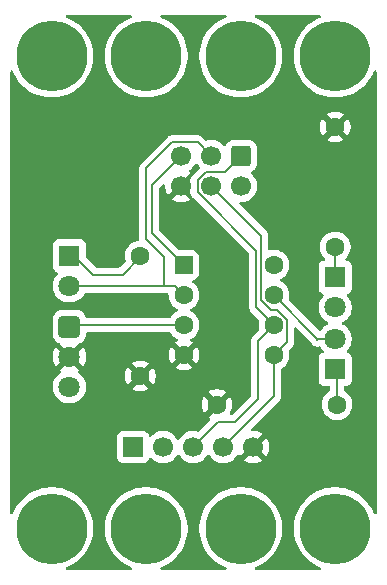
<source format=gbr>
%TF.GenerationSoftware,KiCad,Pcbnew,9.0.7*%
%TF.CreationDate,2026-01-25T12:57:44+01:00*%
%TF.ProjectId,DiyIrTower,44697949-7254-46f7-9765-722e6b696361,1.0*%
%TF.SameCoordinates,Original*%
%TF.FileFunction,Copper,L1,Top*%
%TF.FilePolarity,Positive*%
%FSLAX46Y46*%
G04 Gerber Fmt 4.6, Leading zero omitted, Abs format (unit mm)*
G04 Created by KiCad (PCBNEW 9.0.7) date 2026-01-25 12:57:44*
%MOMM*%
%LPD*%
G01*
G04 APERTURE LIST*
G04 Aperture macros list*
%AMRoundRect*
0 Rectangle with rounded corners*
0 $1 Rounding radius*
0 $2 $3 $4 $5 $6 $7 $8 $9 X,Y pos of 4 corners*
0 Add a 4 corners polygon primitive as box body*
4,1,4,$2,$3,$4,$5,$6,$7,$8,$9,$2,$3,0*
0 Add four circle primitives for the rounded corners*
1,1,$1+$1,$2,$3*
1,1,$1+$1,$4,$5*
1,1,$1+$1,$6,$7*
1,1,$1+$1,$8,$9*
0 Add four rect primitives between the rounded corners*
20,1,$1+$1,$2,$3,$4,$5,0*
20,1,$1+$1,$4,$5,$6,$7,0*
20,1,$1+$1,$6,$7,$8,$9,0*
20,1,$1+$1,$8,$9,$2,$3,0*%
G04 Aperture macros list end*
%TA.AperFunction,ComponentPad*%
%ADD10R,1.800000X1.800000*%
%TD*%
%TA.AperFunction,ComponentPad*%
%ADD11C,1.800000*%
%TD*%
%TA.AperFunction,ComponentPad*%
%ADD12C,6.000000*%
%TD*%
%TA.AperFunction,ComponentPad*%
%ADD13R,1.700000X1.700000*%
%TD*%
%TA.AperFunction,ComponentPad*%
%ADD14C,1.700000*%
%TD*%
%TA.AperFunction,ComponentPad*%
%ADD15RoundRect,0.250000X-0.600000X0.600000X-0.600000X-0.600000X0.600000X-0.600000X0.600000X0.600000X0*%
%TD*%
%TA.AperFunction,ComponentPad*%
%ADD16RoundRect,0.250000X-0.550000X-0.550000X0.550000X-0.550000X0.550000X0.550000X-0.550000X0.550000X0*%
%TD*%
%TA.AperFunction,ComponentPad*%
%ADD17C,1.600000*%
%TD*%
%TA.AperFunction,ComponentPad*%
%ADD18RoundRect,0.248400X-0.651600X0.651600X-0.651600X-0.651600X0.651600X-0.651600X0.651600X0.651600X0*%
%TD*%
%TA.AperFunction,Conductor*%
%ADD19C,0.200000*%
%TD*%
G04 APERTURE END LIST*
D10*
%TO.P,D3,1,K*%
%TO.N,Net-(D3-K)*%
X117500000Y-122230000D03*
D11*
%TO.P,D3,2,A*%
%TO.N,VCC*%
X117500000Y-124770000D03*
%TD*%
D12*
%TO.P,MH,1*%
%TO.N,N/C*%
X93500000Y-143500000D03*
%TO.P,MH,2*%
X101500000Y-143500000D03*
%TO.P,MH,3*%
X109500000Y-143500000D03*
%TO.P,MH,4*%
X117500000Y-143500000D03*
%TD*%
D10*
%TO.P,D2,1,K*%
%TO.N,Net-(D2-K)*%
X95000000Y-120420000D03*
D11*
%TO.P,D2,2,A*%
%TO.N,/IR_TX*%
X95000000Y-122960000D03*
%TD*%
D12*
%TO.P,MH,1*%
%TO.N,N/C*%
X93500000Y-103500000D03*
%TO.P,MH,2*%
X101500000Y-103500000D03*
%TO.P,MH,3*%
X109500000Y-103500000D03*
%TO.P,MH,4*%
X117500000Y-103500000D03*
%TD*%
D13*
%TO.P,J1,1,Pin_1*%
%TO.N,/5V*%
X100400000Y-136600000D03*
D14*
%TO.P,J1,2,Pin_2*%
%TO.N,/3V3*%
X102940000Y-136600000D03*
%TO.P,J1,3,Pin_3*%
%TO.N,/UART_TX*%
X105480000Y-136600000D03*
%TO.P,J1,4,Pin_4*%
%TO.N,/UART_RX*%
X108020000Y-136600000D03*
%TO.P,J1,5,Pin_5*%
%TO.N,GND*%
X110560000Y-136600000D03*
%TD*%
D15*
%TO.P,J2,1,MISO*%
%TO.N,/UART_TX*%
X109540000Y-111960000D03*
D14*
%TO.P,J2,2,VCC*%
%TO.N,VCC*%
X109540000Y-114500000D03*
%TO.P,J2,3,SCK*%
%TO.N,/IR_TX*%
X107000000Y-111960000D03*
%TO.P,J2,4,MOSI*%
%TO.N,/UART_RX*%
X107000000Y-114500000D03*
%TO.P,J2,5,~{RST}*%
%TO.N,Net-(J2-~{RST})*%
X104460000Y-111960000D03*
%TO.P,J2,6,GND*%
%TO.N,GND*%
X104460000Y-114500000D03*
%TD*%
D16*
%TO.P,U1,1,~{RESET}/PB5*%
%TO.N,Net-(J2-~{RST})*%
X104695000Y-121190000D03*
D17*
%TO.P,U1,2,PB3*%
%TO.N,/IR_TX*%
X104695000Y-123730000D03*
%TO.P,U1,3,PB4*%
%TO.N,/IR_RX*%
X104695000Y-126270000D03*
%TO.P,U1,4,GND*%
%TO.N,GND*%
X104695000Y-128810000D03*
%TO.P,U1,5,PB0*%
%TO.N,/UART_RX*%
X112315000Y-128810000D03*
%TO.P,U1,6,PB1*%
%TO.N,/UART_TX*%
X112315000Y-126270000D03*
%TO.P,U1,7,PB2*%
%TO.N,/ACTIVITY*%
X112315000Y-123730000D03*
%TO.P,U1,8,VCC*%
%TO.N,VCC*%
X112315000Y-121190000D03*
%TD*%
%TO.P,R1,1*%
%TO.N,Net-(D1-K)*%
X117660000Y-133000000D03*
%TO.P,R1,2*%
%TO.N,GND*%
X107500000Y-133000000D03*
%TD*%
D10*
%TO.P,D1,1,K*%
%TO.N,Net-(D1-K)*%
X117500000Y-130000000D03*
D11*
%TO.P,D1,2,A*%
%TO.N,/ACTIVITY*%
X117500000Y-127460000D03*
%TD*%
D17*
%TO.P,R2,1*%
%TO.N,Net-(D2-K)*%
X101000000Y-120420000D03*
%TO.P,R2,2*%
%TO.N,GND*%
X101000000Y-130580000D03*
%TD*%
D18*
%TO.P,U2,1,OUT*%
%TO.N,/IR_RX*%
X95000000Y-126420000D03*
D11*
%TO.P,U2,2,GND*%
%TO.N,GND*%
X95000000Y-128960000D03*
%TO.P,U2,3,Vs*%
%TO.N,VCC*%
X95000000Y-131500000D03*
%TD*%
D17*
%TO.P,R3,1*%
%TO.N,Net-(D3-K)*%
X117500000Y-119660000D03*
%TO.P,R3,2*%
%TO.N,GND*%
X117500000Y-109500000D03*
%TD*%
D19*
%TO.N,Net-(D1-K)*%
X117660000Y-130160000D02*
X117500000Y-130000000D01*
X117660000Y-133000000D02*
X117660000Y-130160000D01*
%TO.N,/ACTIVITY*%
X116000000Y-127415000D02*
X116000000Y-127500000D01*
X116000000Y-127500000D02*
X116040000Y-127460000D01*
X116040000Y-127460000D02*
X117500000Y-127460000D01*
X112315000Y-123730000D02*
X116000000Y-127415000D01*
%TO.N,/IR_TX*%
X103691000Y-110809000D02*
X101500000Y-113000000D01*
X103500000Y-122960000D02*
X103925000Y-122960000D01*
X103925000Y-122960000D02*
X104695000Y-123730000D01*
X103000000Y-122960000D02*
X103500000Y-122960000D01*
X103000000Y-120500000D02*
X103000000Y-122960000D01*
X101500000Y-119000000D02*
X103000000Y-120500000D01*
X107000000Y-111960000D02*
X105849000Y-110809000D01*
X101500000Y-113000000D02*
X101500000Y-119000000D01*
X105849000Y-110809000D02*
X103691000Y-110809000D01*
X95000000Y-122960000D02*
X103000000Y-122960000D01*
%TO.N,Net-(D2-K)*%
X97000000Y-122000000D02*
X99500000Y-122000000D01*
X99500000Y-122000000D02*
X101000000Y-120500000D01*
X95000000Y-120420000D02*
X95420000Y-120420000D01*
X95420000Y-120420000D02*
X97000000Y-122000000D01*
X101000000Y-120500000D02*
X101000000Y-120420000D01*
%TO.N,Net-(D3-K)*%
X117500000Y-122230000D02*
X117500000Y-119660000D01*
%TO.N,/UART_TX*%
X108151000Y-113349000D02*
X106523240Y-113349000D01*
X111000000Y-127585000D02*
X112315000Y-126270000D01*
X107580000Y-134500000D02*
X109000000Y-134500000D01*
X106523240Y-113349000D02*
X105849000Y-114023240D01*
X109000000Y-134500000D02*
X111000000Y-132500000D01*
X110813000Y-124768000D02*
X112315000Y-126270000D01*
X105480000Y-136600000D02*
X107580000Y-134500000D01*
X111000000Y-132500000D02*
X111000000Y-127585000D01*
X110813000Y-120000000D02*
X110813000Y-124768000D01*
X105849000Y-115036000D02*
X110813000Y-120000000D01*
X105849000Y-114023240D02*
X105849000Y-115036000D01*
X109540000Y-111960000D02*
X108151000Y-113349000D01*
%TO.N,/UART_RX*%
X111214000Y-118714000D02*
X111214000Y-124186050D01*
X107000000Y-114500000D02*
X111214000Y-118714000D01*
X113416000Y-125813950D02*
X113416000Y-127709000D01*
X112027950Y-125000000D02*
X112602050Y-125000000D01*
X113416000Y-127709000D02*
X112315000Y-128810000D01*
X112602050Y-125000000D02*
X113416000Y-125813950D01*
X112315000Y-132305000D02*
X108020000Y-136600000D01*
X111214000Y-124186050D02*
X112027950Y-125000000D01*
X112315000Y-128810000D02*
X112315000Y-132305000D01*
%TO.N,Net-(J2-~{RST})*%
X104460000Y-111960000D02*
X102000000Y-114420000D01*
X104690000Y-121190000D02*
X104695000Y-121190000D01*
X102000000Y-114420000D02*
X102000000Y-118500000D01*
X102000000Y-118500000D02*
X104690000Y-121190000D01*
%TO.N,/IR_RX*%
X95150000Y-126270000D02*
X95000000Y-126420000D01*
X104695000Y-126270000D02*
X95150000Y-126270000D01*
%TD*%
%TA.AperFunction,Conductor*%
%TO.N,GND*%
G36*
X105801444Y-112613999D02*
G01*
X105840486Y-112659056D01*
X105844951Y-112667820D01*
X105969890Y-112839786D01*
X105988873Y-112858769D01*
X106022358Y-112920092D01*
X106017374Y-112989784D01*
X105988873Y-113034131D01*
X105368481Y-113654522D01*
X105368480Y-113654524D01*
X105329026Y-113722861D01*
X105289423Y-113791455D01*
X105248499Y-113944183D01*
X105248499Y-113944185D01*
X105248499Y-114013693D01*
X105228814Y-114080732D01*
X105212180Y-114101374D01*
X104942962Y-114370591D01*
X104925925Y-114307007D01*
X104860099Y-114192993D01*
X104767007Y-114099901D01*
X104652993Y-114034075D01*
X104589408Y-114017037D01*
X105221716Y-113384728D01*
X105167547Y-113345373D01*
X105167547Y-113345372D01*
X105158500Y-113340763D01*
X105107706Y-113292788D01*
X105090912Y-113224966D01*
X105113451Y-113158832D01*
X105158508Y-113119793D01*
X105167816Y-113115051D01*
X105286728Y-113028657D01*
X105339786Y-112990109D01*
X105339788Y-112990106D01*
X105339792Y-112990104D01*
X105490104Y-112839792D01*
X105490106Y-112839788D01*
X105490109Y-112839786D01*
X105615048Y-112667820D01*
X105615047Y-112667820D01*
X105615051Y-112667816D01*
X105619514Y-112659054D01*
X105667488Y-112608259D01*
X105735308Y-112591463D01*
X105801444Y-112613999D01*
G37*
%TD.AperFunction*%
%TA.AperFunction,Conductor*%
G36*
X100244942Y-100020185D02*
G01*
X100290697Y-100072989D01*
X100300641Y-100142147D01*
X100271616Y-100205703D01*
X100225356Y-100239060D01*
X100107738Y-100287779D01*
X100001535Y-100331770D01*
X100001530Y-100331772D01*
X99698224Y-100493893D01*
X99698206Y-100493904D01*
X99412248Y-100684975D01*
X99412234Y-100684985D01*
X99146367Y-100903176D01*
X98903176Y-101146367D01*
X98684985Y-101412234D01*
X98684975Y-101412248D01*
X98493904Y-101698206D01*
X98493893Y-101698224D01*
X98331772Y-102001530D01*
X98331770Y-102001535D01*
X98200150Y-102319293D01*
X98100308Y-102648427D01*
X98033210Y-102985750D01*
X97999500Y-103328034D01*
X97999500Y-103671965D01*
X98033210Y-104014249D01*
X98100308Y-104351572D01*
X98200150Y-104680706D01*
X98331770Y-104998464D01*
X98331772Y-104998469D01*
X98493893Y-105301775D01*
X98493904Y-105301793D01*
X98684975Y-105587751D01*
X98684985Y-105587765D01*
X98903176Y-105853632D01*
X99146367Y-106096823D01*
X99146372Y-106096827D01*
X99146373Y-106096828D01*
X99412240Y-106315019D01*
X99698213Y-106506100D01*
X99698222Y-106506105D01*
X99698224Y-106506106D01*
X100001530Y-106668227D01*
X100001532Y-106668227D01*
X100001538Y-106668231D01*
X100319295Y-106799850D01*
X100648422Y-106899690D01*
X100985750Y-106966789D01*
X101328031Y-107000500D01*
X101328034Y-107000500D01*
X101671966Y-107000500D01*
X101671969Y-107000500D01*
X102014250Y-106966789D01*
X102351578Y-106899690D01*
X102680705Y-106799850D01*
X102998462Y-106668231D01*
X103301787Y-106506100D01*
X103587760Y-106315019D01*
X103853627Y-106096828D01*
X104096828Y-105853627D01*
X104315019Y-105587760D01*
X104506100Y-105301787D01*
X104668231Y-104998462D01*
X104799850Y-104680705D01*
X104899690Y-104351578D01*
X104966789Y-104014250D01*
X105000500Y-103671969D01*
X105000500Y-103328031D01*
X104966789Y-102985750D01*
X104899690Y-102648422D01*
X104799850Y-102319295D01*
X104668231Y-102001538D01*
X104506100Y-101698213D01*
X104315019Y-101412240D01*
X104096828Y-101146373D01*
X104096827Y-101146372D01*
X104096823Y-101146367D01*
X103853632Y-100903176D01*
X103587765Y-100684985D01*
X103587764Y-100684984D01*
X103587760Y-100684981D01*
X103301787Y-100493900D01*
X103301782Y-100493897D01*
X103301775Y-100493893D01*
X102998469Y-100331772D01*
X102998464Y-100331770D01*
X102998462Y-100331769D01*
X102774643Y-100239060D01*
X102720241Y-100195220D01*
X102698176Y-100128926D01*
X102715455Y-100061227D01*
X102766592Y-100013616D01*
X102822097Y-100000500D01*
X108177903Y-100000500D01*
X108244942Y-100020185D01*
X108290697Y-100072989D01*
X108300641Y-100142147D01*
X108271616Y-100205703D01*
X108225356Y-100239060D01*
X108107738Y-100287779D01*
X108001535Y-100331770D01*
X108001530Y-100331772D01*
X107698224Y-100493893D01*
X107698206Y-100493904D01*
X107412248Y-100684975D01*
X107412234Y-100684985D01*
X107146367Y-100903176D01*
X106903176Y-101146367D01*
X106684985Y-101412234D01*
X106684975Y-101412248D01*
X106493904Y-101698206D01*
X106493893Y-101698224D01*
X106331772Y-102001530D01*
X106331770Y-102001535D01*
X106200150Y-102319293D01*
X106100308Y-102648427D01*
X106033210Y-102985750D01*
X105999500Y-103328034D01*
X105999500Y-103671965D01*
X106033210Y-104014249D01*
X106100308Y-104351572D01*
X106200150Y-104680706D01*
X106331770Y-104998464D01*
X106331772Y-104998469D01*
X106493893Y-105301775D01*
X106493904Y-105301793D01*
X106684975Y-105587751D01*
X106684985Y-105587765D01*
X106903176Y-105853632D01*
X107146367Y-106096823D01*
X107146372Y-106096827D01*
X107146373Y-106096828D01*
X107412240Y-106315019D01*
X107698213Y-106506100D01*
X107698222Y-106506105D01*
X107698224Y-106506106D01*
X108001530Y-106668227D01*
X108001532Y-106668227D01*
X108001538Y-106668231D01*
X108319295Y-106799850D01*
X108648422Y-106899690D01*
X108985750Y-106966789D01*
X109328031Y-107000500D01*
X109328034Y-107000500D01*
X109671966Y-107000500D01*
X109671969Y-107000500D01*
X110014250Y-106966789D01*
X110351578Y-106899690D01*
X110680705Y-106799850D01*
X110998462Y-106668231D01*
X111301787Y-106506100D01*
X111587760Y-106315019D01*
X111853627Y-106096828D01*
X112096828Y-105853627D01*
X112315019Y-105587760D01*
X112506100Y-105301787D01*
X112668231Y-104998462D01*
X112799850Y-104680705D01*
X112899690Y-104351578D01*
X112966789Y-104014250D01*
X113000500Y-103671969D01*
X113000500Y-103328031D01*
X112966789Y-102985750D01*
X112899690Y-102648422D01*
X112799850Y-102319295D01*
X112668231Y-102001538D01*
X112506100Y-101698213D01*
X112315019Y-101412240D01*
X112096828Y-101146373D01*
X112096827Y-101146372D01*
X112096823Y-101146367D01*
X111853632Y-100903176D01*
X111587765Y-100684985D01*
X111587764Y-100684984D01*
X111587760Y-100684981D01*
X111301787Y-100493900D01*
X111301782Y-100493897D01*
X111301775Y-100493893D01*
X110998469Y-100331772D01*
X110998464Y-100331770D01*
X110998462Y-100331769D01*
X110774643Y-100239060D01*
X110720241Y-100195220D01*
X110698176Y-100128926D01*
X110715455Y-100061227D01*
X110766592Y-100013616D01*
X110822097Y-100000500D01*
X116177903Y-100000500D01*
X116244942Y-100020185D01*
X116290697Y-100072989D01*
X116300641Y-100142147D01*
X116271616Y-100205703D01*
X116225356Y-100239060D01*
X116107738Y-100287779D01*
X116001535Y-100331770D01*
X116001530Y-100331772D01*
X115698224Y-100493893D01*
X115698206Y-100493904D01*
X115412248Y-100684975D01*
X115412234Y-100684985D01*
X115146367Y-100903176D01*
X114903176Y-101146367D01*
X114684985Y-101412234D01*
X114684975Y-101412248D01*
X114493904Y-101698206D01*
X114493893Y-101698224D01*
X114331772Y-102001530D01*
X114331770Y-102001535D01*
X114200150Y-102319293D01*
X114100308Y-102648427D01*
X114033210Y-102985750D01*
X113999500Y-103328034D01*
X113999500Y-103671965D01*
X114033210Y-104014249D01*
X114100308Y-104351572D01*
X114200150Y-104680706D01*
X114331770Y-104998464D01*
X114331772Y-104998469D01*
X114493893Y-105301775D01*
X114493904Y-105301793D01*
X114684975Y-105587751D01*
X114684985Y-105587765D01*
X114903176Y-105853632D01*
X115146367Y-106096823D01*
X115146372Y-106096827D01*
X115146373Y-106096828D01*
X115412240Y-106315019D01*
X115698213Y-106506100D01*
X115698222Y-106506105D01*
X115698224Y-106506106D01*
X116001530Y-106668227D01*
X116001532Y-106668227D01*
X116001538Y-106668231D01*
X116319295Y-106799850D01*
X116648422Y-106899690D01*
X116985750Y-106966789D01*
X117328031Y-107000500D01*
X117328034Y-107000500D01*
X117671966Y-107000500D01*
X117671969Y-107000500D01*
X118014250Y-106966789D01*
X118351578Y-106899690D01*
X118680705Y-106799850D01*
X118998462Y-106668231D01*
X119301787Y-106506100D01*
X119587760Y-106315019D01*
X119853627Y-106096828D01*
X120096828Y-105853627D01*
X120315019Y-105587760D01*
X120506100Y-105301787D01*
X120668231Y-104998462D01*
X120760939Y-104774643D01*
X120804780Y-104720241D01*
X120871074Y-104698176D01*
X120938773Y-104715455D01*
X120986384Y-104766592D01*
X120999500Y-104822097D01*
X120999500Y-142177902D01*
X120979815Y-142244941D01*
X120927011Y-142290696D01*
X120857853Y-142300640D01*
X120794297Y-142271615D01*
X120760939Y-142225355D01*
X120741283Y-142177902D01*
X120668231Y-142001538D01*
X120506100Y-141698213D01*
X120315019Y-141412240D01*
X120096828Y-141146373D01*
X120096827Y-141146372D01*
X120096823Y-141146367D01*
X119853632Y-140903176D01*
X119587765Y-140684985D01*
X119587764Y-140684984D01*
X119587760Y-140684981D01*
X119301787Y-140493900D01*
X119301782Y-140493897D01*
X119301775Y-140493893D01*
X118998469Y-140331772D01*
X118998464Y-140331770D01*
X118680706Y-140200150D01*
X118351572Y-140100308D01*
X118014248Y-140033210D01*
X118014249Y-140033210D01*
X117756456Y-140007821D01*
X117671969Y-139999500D01*
X117328031Y-139999500D01*
X117249966Y-140007188D01*
X116985750Y-140033210D01*
X116648427Y-140100308D01*
X116319293Y-140200150D01*
X116001535Y-140331770D01*
X116001530Y-140331772D01*
X115698224Y-140493893D01*
X115698206Y-140493904D01*
X115412248Y-140684975D01*
X115412234Y-140684985D01*
X115146367Y-140903176D01*
X114903176Y-141146367D01*
X114684985Y-141412234D01*
X114684975Y-141412248D01*
X114493904Y-141698206D01*
X114493893Y-141698224D01*
X114331772Y-142001530D01*
X114331770Y-142001535D01*
X114200150Y-142319293D01*
X114100308Y-142648427D01*
X114033210Y-142985750D01*
X113999500Y-143328034D01*
X113999500Y-143671965D01*
X114033210Y-144014249D01*
X114100308Y-144351572D01*
X114200150Y-144680706D01*
X114331770Y-144998464D01*
X114331772Y-144998469D01*
X114493893Y-145301775D01*
X114493904Y-145301793D01*
X114684975Y-145587751D01*
X114684985Y-145587765D01*
X114903176Y-145853632D01*
X115146367Y-146096823D01*
X115146372Y-146096827D01*
X115146373Y-146096828D01*
X115412240Y-146315019D01*
X115698213Y-146506100D01*
X115698222Y-146506105D01*
X115698224Y-146506106D01*
X116001530Y-146668227D01*
X116001532Y-146668227D01*
X116001538Y-146668231D01*
X116225356Y-146760939D01*
X116279759Y-146804780D01*
X116301824Y-146871074D01*
X116284545Y-146938773D01*
X116233408Y-146986384D01*
X116177903Y-146999500D01*
X110822097Y-146999500D01*
X110755058Y-146979815D01*
X110709303Y-146927011D01*
X110699359Y-146857853D01*
X110728384Y-146794297D01*
X110774643Y-146760939D01*
X110998462Y-146668231D01*
X111301787Y-146506100D01*
X111587760Y-146315019D01*
X111853627Y-146096828D01*
X112096828Y-145853627D01*
X112315019Y-145587760D01*
X112506100Y-145301787D01*
X112668231Y-144998462D01*
X112799850Y-144680705D01*
X112899690Y-144351578D01*
X112966789Y-144014250D01*
X113000500Y-143671969D01*
X113000500Y-143328031D01*
X112966789Y-142985750D01*
X112899690Y-142648422D01*
X112799850Y-142319295D01*
X112668231Y-142001538D01*
X112506100Y-141698213D01*
X112315019Y-141412240D01*
X112096828Y-141146373D01*
X112096827Y-141146372D01*
X112096823Y-141146367D01*
X111853632Y-140903176D01*
X111587765Y-140684985D01*
X111587764Y-140684984D01*
X111587760Y-140684981D01*
X111301787Y-140493900D01*
X111301782Y-140493897D01*
X111301775Y-140493893D01*
X110998469Y-140331772D01*
X110998464Y-140331770D01*
X110680706Y-140200150D01*
X110351572Y-140100308D01*
X110014248Y-140033210D01*
X110014249Y-140033210D01*
X109756456Y-140007821D01*
X109671969Y-139999500D01*
X109328031Y-139999500D01*
X109249966Y-140007188D01*
X108985750Y-140033210D01*
X108648427Y-140100308D01*
X108319293Y-140200150D01*
X108001535Y-140331770D01*
X108001530Y-140331772D01*
X107698224Y-140493893D01*
X107698206Y-140493904D01*
X107412248Y-140684975D01*
X107412234Y-140684985D01*
X107146367Y-140903176D01*
X106903176Y-141146367D01*
X106684985Y-141412234D01*
X106684975Y-141412248D01*
X106493904Y-141698206D01*
X106493893Y-141698224D01*
X106331772Y-142001530D01*
X106331770Y-142001535D01*
X106200150Y-142319293D01*
X106100308Y-142648427D01*
X106033210Y-142985750D01*
X105999500Y-143328034D01*
X105999500Y-143671965D01*
X106033210Y-144014249D01*
X106100308Y-144351572D01*
X106200150Y-144680706D01*
X106331770Y-144998464D01*
X106331772Y-144998469D01*
X106493893Y-145301775D01*
X106493904Y-145301793D01*
X106684975Y-145587751D01*
X106684985Y-145587765D01*
X106903176Y-145853632D01*
X107146367Y-146096823D01*
X107146372Y-146096827D01*
X107146373Y-146096828D01*
X107412240Y-146315019D01*
X107698213Y-146506100D01*
X107698222Y-146506105D01*
X107698224Y-146506106D01*
X108001530Y-146668227D01*
X108001532Y-146668227D01*
X108001538Y-146668231D01*
X108225356Y-146760939D01*
X108279759Y-146804780D01*
X108301824Y-146871074D01*
X108284545Y-146938773D01*
X108233408Y-146986384D01*
X108177903Y-146999500D01*
X102822097Y-146999500D01*
X102755058Y-146979815D01*
X102709303Y-146927011D01*
X102699359Y-146857853D01*
X102728384Y-146794297D01*
X102774643Y-146760939D01*
X102998462Y-146668231D01*
X103301787Y-146506100D01*
X103587760Y-146315019D01*
X103853627Y-146096828D01*
X104096828Y-145853627D01*
X104315019Y-145587760D01*
X104506100Y-145301787D01*
X104668231Y-144998462D01*
X104799850Y-144680705D01*
X104899690Y-144351578D01*
X104966789Y-144014250D01*
X105000500Y-143671969D01*
X105000500Y-143328031D01*
X104966789Y-142985750D01*
X104899690Y-142648422D01*
X104799850Y-142319295D01*
X104668231Y-142001538D01*
X104506100Y-141698213D01*
X104315019Y-141412240D01*
X104096828Y-141146373D01*
X104096827Y-141146372D01*
X104096823Y-141146367D01*
X103853632Y-140903176D01*
X103587765Y-140684985D01*
X103587764Y-140684984D01*
X103587760Y-140684981D01*
X103301787Y-140493900D01*
X103301782Y-140493897D01*
X103301775Y-140493893D01*
X102998469Y-140331772D01*
X102998464Y-140331770D01*
X102680706Y-140200150D01*
X102351572Y-140100308D01*
X102014248Y-140033210D01*
X102014249Y-140033210D01*
X101756456Y-140007821D01*
X101671969Y-139999500D01*
X101328031Y-139999500D01*
X101249966Y-140007188D01*
X100985750Y-140033210D01*
X100648427Y-140100308D01*
X100319293Y-140200150D01*
X100001535Y-140331770D01*
X100001530Y-140331772D01*
X99698224Y-140493893D01*
X99698206Y-140493904D01*
X99412248Y-140684975D01*
X99412234Y-140684985D01*
X99146367Y-140903176D01*
X98903176Y-141146367D01*
X98684985Y-141412234D01*
X98684975Y-141412248D01*
X98493904Y-141698206D01*
X98493893Y-141698224D01*
X98331772Y-142001530D01*
X98331770Y-142001535D01*
X98200150Y-142319293D01*
X98100308Y-142648427D01*
X98033210Y-142985750D01*
X97999500Y-143328034D01*
X97999500Y-143671965D01*
X98033210Y-144014249D01*
X98100308Y-144351572D01*
X98200150Y-144680706D01*
X98331770Y-144998464D01*
X98331772Y-144998469D01*
X98493893Y-145301775D01*
X98493904Y-145301793D01*
X98684975Y-145587751D01*
X98684985Y-145587765D01*
X98903176Y-145853632D01*
X99146367Y-146096823D01*
X99146372Y-146096827D01*
X99146373Y-146096828D01*
X99412240Y-146315019D01*
X99698213Y-146506100D01*
X99698222Y-146506105D01*
X99698224Y-146506106D01*
X100001530Y-146668227D01*
X100001532Y-146668227D01*
X100001538Y-146668231D01*
X100225356Y-146760939D01*
X100279759Y-146804780D01*
X100301824Y-146871074D01*
X100284545Y-146938773D01*
X100233408Y-146986384D01*
X100177903Y-146999500D01*
X94822097Y-146999500D01*
X94755058Y-146979815D01*
X94709303Y-146927011D01*
X94699359Y-146857853D01*
X94728384Y-146794297D01*
X94774643Y-146760939D01*
X94998462Y-146668231D01*
X95301787Y-146506100D01*
X95587760Y-146315019D01*
X95853627Y-146096828D01*
X96096828Y-145853627D01*
X96315019Y-145587760D01*
X96506100Y-145301787D01*
X96668231Y-144998462D01*
X96799850Y-144680705D01*
X96899690Y-144351578D01*
X96966789Y-144014250D01*
X97000500Y-143671969D01*
X97000500Y-143328031D01*
X96966789Y-142985750D01*
X96899690Y-142648422D01*
X96799850Y-142319295D01*
X96668231Y-142001538D01*
X96506100Y-141698213D01*
X96315019Y-141412240D01*
X96096828Y-141146373D01*
X96096827Y-141146372D01*
X96096823Y-141146367D01*
X95853632Y-140903176D01*
X95587765Y-140684985D01*
X95587764Y-140684984D01*
X95587760Y-140684981D01*
X95301787Y-140493900D01*
X95301782Y-140493897D01*
X95301775Y-140493893D01*
X94998469Y-140331772D01*
X94998464Y-140331770D01*
X94680706Y-140200150D01*
X94351572Y-140100308D01*
X94014248Y-140033210D01*
X94014249Y-140033210D01*
X93756456Y-140007821D01*
X93671969Y-139999500D01*
X93328031Y-139999500D01*
X93249966Y-140007188D01*
X92985750Y-140033210D01*
X92648427Y-140100308D01*
X92319293Y-140200150D01*
X92001535Y-140331770D01*
X92001530Y-140331772D01*
X91698224Y-140493893D01*
X91698206Y-140493904D01*
X91412248Y-140684975D01*
X91412234Y-140684985D01*
X91146367Y-140903176D01*
X90903176Y-141146367D01*
X90684985Y-141412234D01*
X90684975Y-141412248D01*
X90493904Y-141698206D01*
X90493893Y-141698224D01*
X90331772Y-142001530D01*
X90331770Y-142001535D01*
X90239061Y-142225355D01*
X90195220Y-142279758D01*
X90128926Y-142301823D01*
X90061226Y-142284544D01*
X90013616Y-142233406D01*
X90000500Y-142177902D01*
X90000500Y-119472135D01*
X93599500Y-119472135D01*
X93599500Y-121367870D01*
X93599501Y-121367876D01*
X93605908Y-121427483D01*
X93656202Y-121562328D01*
X93656206Y-121562335D01*
X93742452Y-121677544D01*
X93742455Y-121677547D01*
X93857664Y-121763793D01*
X93857671Y-121763797D01*
X93937580Y-121793601D01*
X93993514Y-121835472D01*
X94017931Y-121900936D01*
X94003080Y-121969209D01*
X93981929Y-121997463D01*
X93931756Y-122047636D01*
X93931752Y-122047641D01*
X93802187Y-122225974D01*
X93702104Y-122422393D01*
X93702103Y-122422396D01*
X93633985Y-122632047D01*
X93599500Y-122849778D01*
X93599500Y-123070221D01*
X93633985Y-123287952D01*
X93702103Y-123497603D01*
X93702104Y-123497606D01*
X93756113Y-123603601D01*
X93797333Y-123684500D01*
X93802187Y-123694025D01*
X93931752Y-123872358D01*
X93931756Y-123872363D01*
X94087636Y-124028243D01*
X94087641Y-124028247D01*
X94115987Y-124048841D01*
X94265978Y-124157815D01*
X94394375Y-124223237D01*
X94462393Y-124257895D01*
X94462396Y-124257896D01*
X94567221Y-124291955D01*
X94672049Y-124326015D01*
X94889778Y-124360500D01*
X94889779Y-124360500D01*
X95110221Y-124360500D01*
X95110222Y-124360500D01*
X95327951Y-124326015D01*
X95537606Y-124257895D01*
X95734022Y-124157815D01*
X95912365Y-124028242D01*
X96068242Y-123872365D01*
X96197815Y-123694022D01*
X96222553Y-123645472D01*
X96231352Y-123628204D01*
X96279326Y-123577409D01*
X96341836Y-123560500D01*
X102920943Y-123560500D01*
X103079057Y-123560500D01*
X103270500Y-123560500D01*
X103337539Y-123580185D01*
X103383294Y-123632989D01*
X103394500Y-123684500D01*
X103394500Y-123832352D01*
X103398505Y-123857636D01*
X103426522Y-124034534D01*
X103489781Y-124229223D01*
X103582715Y-124411613D01*
X103703028Y-124577213D01*
X103847786Y-124721971D01*
X104002749Y-124834556D01*
X104013390Y-124842287D01*
X104087840Y-124880221D01*
X104106080Y-124889515D01*
X104156876Y-124937490D01*
X104173671Y-125005311D01*
X104151134Y-125071446D01*
X104106080Y-125110485D01*
X104013386Y-125157715D01*
X103847786Y-125278028D01*
X103703028Y-125422786D01*
X103582715Y-125588385D01*
X103575883Y-125601795D01*
X103527909Y-125652591D01*
X103465398Y-125669500D01*
X96497314Y-125669500D01*
X96430275Y-125649815D01*
X96384520Y-125597011D01*
X96379608Y-125584504D01*
X96352939Y-125504022D01*
X96334954Y-125449747D01*
X96243048Y-125300744D01*
X96119256Y-125176952D01*
X95991177Y-125097952D01*
X95970255Y-125085047D01*
X95970250Y-125085045D01*
X95804073Y-125029979D01*
X95804066Y-125029978D01*
X95701502Y-125019500D01*
X94298506Y-125019500D01*
X94298490Y-125019501D01*
X94195926Y-125029979D01*
X94029749Y-125085045D01*
X94029744Y-125085047D01*
X93880742Y-125176953D01*
X93756953Y-125300742D01*
X93665047Y-125449744D01*
X93665045Y-125449749D01*
X93609979Y-125615926D01*
X93609978Y-125615933D01*
X93599500Y-125718491D01*
X93599500Y-127121493D01*
X93599501Y-127121509D01*
X93609979Y-127224073D01*
X93627860Y-127278034D01*
X93665046Y-127390253D01*
X93756952Y-127539256D01*
X93880744Y-127663048D01*
X94029747Y-127754954D01*
X94179469Y-127804567D01*
X94228144Y-127834590D01*
X94911415Y-128517861D01*
X94826306Y-128540667D01*
X94723694Y-128599910D01*
X94639910Y-128683694D01*
X94580667Y-128786306D01*
X94557861Y-128871414D01*
X93848932Y-128162485D01*
X93848931Y-128162485D01*
X93802616Y-128226233D01*
X93702567Y-128422589D01*
X93634473Y-128632164D01*
X93600000Y-128849818D01*
X93600000Y-129070181D01*
X93634473Y-129287835D01*
X93702567Y-129497410D01*
X93802611Y-129693756D01*
X93848932Y-129757513D01*
X94557861Y-129048584D01*
X94580667Y-129133694D01*
X94639910Y-129236306D01*
X94723694Y-129320090D01*
X94826306Y-129379333D01*
X94911414Y-129402137D01*
X94202485Y-130111065D01*
X94202485Y-130111066D01*
X94227680Y-130129371D01*
X94270346Y-130184701D01*
X94276325Y-130254314D01*
X94243720Y-130316110D01*
X94227681Y-130330008D01*
X94087636Y-130431756D01*
X93931756Y-130587636D01*
X93931752Y-130587641D01*
X93802187Y-130765974D01*
X93702104Y-130962393D01*
X93702103Y-130962396D01*
X93633985Y-131172047D01*
X93606783Y-131343793D01*
X93599500Y-131389778D01*
X93599500Y-131610222D01*
X93616742Y-131719086D01*
X93633985Y-131827952D01*
X93702103Y-132037603D01*
X93702104Y-132037606D01*
X93760790Y-132152781D01*
X93784800Y-132199903D01*
X93802187Y-132234025D01*
X93931752Y-132412358D01*
X93931756Y-132412363D01*
X94087635Y-132568242D01*
X94087641Y-132568247D01*
X94131346Y-132600000D01*
X94265978Y-132697815D01*
X94394375Y-132763237D01*
X94462393Y-132797895D01*
X94462396Y-132797896D01*
X94567221Y-132831955D01*
X94672049Y-132866015D01*
X94889778Y-132900500D01*
X94889779Y-132900500D01*
X95110221Y-132900500D01*
X95110222Y-132900500D01*
X95327951Y-132866015D01*
X95537606Y-132797895D01*
X95734022Y-132697815D01*
X95912365Y-132568242D01*
X96068242Y-132412365D01*
X96197815Y-132234022D01*
X96297895Y-132037606D01*
X96366015Y-131827951D01*
X96400500Y-131610222D01*
X96400500Y-131389778D01*
X96366015Y-131172049D01*
X96312545Y-131007482D01*
X96297896Y-130962396D01*
X96297895Y-130962393D01*
X96228197Y-130825606D01*
X96197815Y-130765978D01*
X96137032Y-130682317D01*
X96068247Y-130587641D01*
X96068243Y-130587636D01*
X95958289Y-130477682D01*
X99700000Y-130477682D01*
X99700000Y-130682317D01*
X99732009Y-130884417D01*
X99795244Y-131079031D01*
X99888141Y-131261350D01*
X99888147Y-131261359D01*
X99920523Y-131305921D01*
X99920524Y-131305922D01*
X100600000Y-130626446D01*
X100600000Y-130632661D01*
X100627259Y-130734394D01*
X100679920Y-130825606D01*
X100754394Y-130900080D01*
X100845606Y-130952741D01*
X100947339Y-130980000D01*
X100953553Y-130980000D01*
X100274076Y-131659474D01*
X100318650Y-131691859D01*
X100500968Y-131784755D01*
X100695582Y-131847990D01*
X100897683Y-131880000D01*
X101102317Y-131880000D01*
X101304417Y-131847990D01*
X101499031Y-131784755D01*
X101681349Y-131691859D01*
X101725921Y-131659474D01*
X101046447Y-130980000D01*
X101052661Y-130980000D01*
X101154394Y-130952741D01*
X101245606Y-130900080D01*
X101320080Y-130825606D01*
X101372741Y-130734394D01*
X101400000Y-130632661D01*
X101400000Y-130626448D01*
X102079474Y-131305922D01*
X102079474Y-131305921D01*
X102111859Y-131261349D01*
X102204755Y-131079031D01*
X102267990Y-130884417D01*
X102300000Y-130682317D01*
X102300000Y-130477682D01*
X102267990Y-130275582D01*
X102204755Y-130080968D01*
X102111859Y-129898650D01*
X102079474Y-129854077D01*
X102079474Y-129854076D01*
X101400000Y-130533551D01*
X101400000Y-130527339D01*
X101372741Y-130425606D01*
X101320080Y-130334394D01*
X101245606Y-130259920D01*
X101154394Y-130207259D01*
X101052661Y-130180000D01*
X101046446Y-130180000D01*
X101725922Y-129500524D01*
X101725921Y-129500523D01*
X101681359Y-129468147D01*
X101681350Y-129468141D01*
X101499031Y-129375244D01*
X101304417Y-129312009D01*
X101102317Y-129280000D01*
X100897683Y-129280000D01*
X100695582Y-129312009D01*
X100500968Y-129375244D01*
X100318644Y-129468143D01*
X100274077Y-129500523D01*
X100274077Y-129500524D01*
X100953554Y-130180000D01*
X100947339Y-130180000D01*
X100845606Y-130207259D01*
X100754394Y-130259920D01*
X100679920Y-130334394D01*
X100627259Y-130425606D01*
X100600000Y-130527339D01*
X100600000Y-130533553D01*
X99920524Y-129854077D01*
X99920523Y-129854077D01*
X99888143Y-129898644D01*
X99795244Y-130080968D01*
X99732009Y-130275582D01*
X99700000Y-130477682D01*
X95958289Y-130477682D01*
X95912363Y-130431756D01*
X95912358Y-130431752D01*
X95772319Y-130330008D01*
X95729653Y-130274678D01*
X95723674Y-130205065D01*
X95756279Y-130143270D01*
X95772319Y-130129372D01*
X95797513Y-130111066D01*
X95797514Y-130111066D01*
X95088585Y-129402138D01*
X95173694Y-129379333D01*
X95276306Y-129320090D01*
X95360090Y-129236306D01*
X95419333Y-129133694D01*
X95442138Y-129048585D01*
X96151066Y-129757514D01*
X96151066Y-129757513D01*
X96197386Y-129693760D01*
X96297432Y-129497410D01*
X96297432Y-129497409D01*
X96365526Y-129287835D01*
X96400000Y-129070181D01*
X96400000Y-128849819D01*
X96379789Y-128722214D01*
X96379789Y-128722213D01*
X96365527Y-128632165D01*
X96297432Y-128422589D01*
X96197388Y-128226243D01*
X96151066Y-128162485D01*
X96151065Y-128162485D01*
X95442137Y-128871413D01*
X95419333Y-128786306D01*
X95360090Y-128683694D01*
X95276306Y-128599910D01*
X95173694Y-128540667D01*
X95088584Y-128517861D01*
X95771852Y-127834592D01*
X95820526Y-127804568D01*
X95970253Y-127754954D01*
X96119256Y-127663048D01*
X96243048Y-127539256D01*
X96334954Y-127390253D01*
X96390021Y-127224072D01*
X96400500Y-127121501D01*
X96400500Y-126994500D01*
X96420185Y-126927461D01*
X96472989Y-126881706D01*
X96524500Y-126870500D01*
X103465398Y-126870500D01*
X103532437Y-126890185D01*
X103575883Y-126938205D01*
X103582715Y-126951614D01*
X103703028Y-127117213D01*
X103847786Y-127261971D01*
X104013385Y-127382284D01*
X104013387Y-127382285D01*
X104013390Y-127382287D01*
X104106630Y-127429795D01*
X104157426Y-127477770D01*
X104174221Y-127545591D01*
X104151684Y-127611725D01*
X104106630Y-127650765D01*
X104013644Y-127698143D01*
X103969077Y-127730523D01*
X103969077Y-127730524D01*
X104648554Y-128410000D01*
X104642339Y-128410000D01*
X104540606Y-128437259D01*
X104449394Y-128489920D01*
X104374920Y-128564394D01*
X104322259Y-128655606D01*
X104295000Y-128757339D01*
X104295000Y-128763553D01*
X103615524Y-128084077D01*
X103615523Y-128084077D01*
X103583143Y-128128644D01*
X103490244Y-128310968D01*
X103427009Y-128505582D01*
X103395000Y-128707682D01*
X103395000Y-128912317D01*
X103427009Y-129114417D01*
X103490244Y-129309031D01*
X103583141Y-129491350D01*
X103583147Y-129491359D01*
X103615523Y-129535921D01*
X103615524Y-129535922D01*
X104295000Y-128856446D01*
X104295000Y-128862661D01*
X104322259Y-128964394D01*
X104374920Y-129055606D01*
X104449394Y-129130080D01*
X104540606Y-129182741D01*
X104642339Y-129210000D01*
X104648553Y-129210000D01*
X103969076Y-129889474D01*
X104013650Y-129921859D01*
X104195968Y-130014755D01*
X104390582Y-130077990D01*
X104592683Y-130110000D01*
X104797317Y-130110000D01*
X104999417Y-130077990D01*
X105194031Y-130014755D01*
X105376349Y-129921859D01*
X105420921Y-129889474D01*
X104741447Y-129210000D01*
X104747661Y-129210000D01*
X104849394Y-129182741D01*
X104940606Y-129130080D01*
X105015080Y-129055606D01*
X105067741Y-128964394D01*
X105095000Y-128862661D01*
X105095000Y-128856447D01*
X105774474Y-129535921D01*
X105806859Y-129491349D01*
X105899755Y-129309031D01*
X105962990Y-129114417D01*
X105995000Y-128912317D01*
X105995000Y-128707682D01*
X105962990Y-128505582D01*
X105899755Y-128310968D01*
X105806859Y-128128650D01*
X105774474Y-128084077D01*
X105774474Y-128084076D01*
X105095000Y-128763551D01*
X105095000Y-128757339D01*
X105067741Y-128655606D01*
X105015080Y-128564394D01*
X104940606Y-128489920D01*
X104849394Y-128437259D01*
X104747661Y-128410000D01*
X104741446Y-128410000D01*
X105420922Y-127730524D01*
X105420921Y-127730523D01*
X105376359Y-127698147D01*
X105376350Y-127698141D01*
X105283369Y-127650765D01*
X105232573Y-127602790D01*
X105215778Y-127534969D01*
X105238315Y-127468835D01*
X105283370Y-127429795D01*
X105376610Y-127382287D01*
X105426144Y-127346298D01*
X105542213Y-127261971D01*
X105542215Y-127261968D01*
X105542219Y-127261966D01*
X105686966Y-127117219D01*
X105686968Y-127117215D01*
X105686971Y-127117213D01*
X105739732Y-127044590D01*
X105807287Y-126951610D01*
X105900220Y-126769219D01*
X105963477Y-126574534D01*
X105995500Y-126372352D01*
X105995500Y-126167648D01*
X105979700Y-126067895D01*
X105963477Y-125965465D01*
X105900218Y-125770776D01*
X105855166Y-125682358D01*
X105807287Y-125588390D01*
X105745991Y-125504022D01*
X105686971Y-125422786D01*
X105542213Y-125278028D01*
X105376614Y-125157715D01*
X105335397Y-125136714D01*
X105283917Y-125110483D01*
X105233123Y-125062511D01*
X105216328Y-124994690D01*
X105238865Y-124928555D01*
X105283917Y-124889516D01*
X105376610Y-124842287D01*
X105397770Y-124826913D01*
X105542213Y-124721971D01*
X105542215Y-124721968D01*
X105542219Y-124721966D01*
X105686966Y-124577219D01*
X105686968Y-124577215D01*
X105686971Y-124577213D01*
X105739732Y-124504590D01*
X105807287Y-124411610D01*
X105900220Y-124229219D01*
X105963477Y-124034534D01*
X105995500Y-123832352D01*
X105995500Y-123627648D01*
X105991691Y-123603601D01*
X105963477Y-123425465D01*
X105918796Y-123287952D01*
X105900220Y-123230781D01*
X105900218Y-123230778D01*
X105900218Y-123230776D01*
X105866503Y-123164607D01*
X105807287Y-123048390D01*
X105799556Y-123037749D01*
X105686971Y-122882786D01*
X105542219Y-122738034D01*
X105542211Y-122738028D01*
X105448547Y-122669978D01*
X105405882Y-122614649D01*
X105399903Y-122545036D01*
X105432508Y-122483240D01*
X105482426Y-122451955D01*
X105564334Y-122424814D01*
X105713656Y-122332712D01*
X105837712Y-122208656D01*
X105929814Y-122059334D01*
X105984999Y-121892797D01*
X105995500Y-121790009D01*
X105995499Y-120589992D01*
X105984999Y-120487203D01*
X105929814Y-120320666D01*
X105837712Y-120171344D01*
X105713656Y-120047288D01*
X105564334Y-119955186D01*
X105397797Y-119900001D01*
X105397795Y-119900000D01*
X105295016Y-119889500D01*
X105295009Y-119889500D01*
X104290097Y-119889500D01*
X104223058Y-119869815D01*
X104202416Y-119853181D01*
X102636819Y-118287584D01*
X102603334Y-118226261D01*
X102600500Y-118199903D01*
X102600500Y-114720096D01*
X102620185Y-114653057D01*
X102636814Y-114632420D01*
X102898320Y-114370914D01*
X102959642Y-114337430D01*
X103029334Y-114342414D01*
X103085267Y-114384286D01*
X103109684Y-114449750D01*
X103110000Y-114458596D01*
X103110000Y-114606246D01*
X103143242Y-114816127D01*
X103143242Y-114816130D01*
X103208904Y-115018217D01*
X103305375Y-115207550D01*
X103344728Y-115261716D01*
X103977037Y-114629408D01*
X103994075Y-114692993D01*
X104059901Y-114807007D01*
X104152993Y-114900099D01*
X104267007Y-114965925D01*
X104330590Y-114982962D01*
X103698282Y-115615269D01*
X103698282Y-115615270D01*
X103752449Y-115654624D01*
X103941782Y-115751095D01*
X104143870Y-115816757D01*
X104353754Y-115850000D01*
X104566246Y-115850000D01*
X104776127Y-115816757D01*
X104776130Y-115816757D01*
X104978217Y-115751095D01*
X105167554Y-115654622D01*
X105221716Y-115615270D01*
X105221717Y-115615270D01*
X104589408Y-114982962D01*
X104652993Y-114965925D01*
X104767007Y-114900099D01*
X104860099Y-114807007D01*
X104925925Y-114692993D01*
X104942962Y-114629408D01*
X105212180Y-114898626D01*
X105245665Y-114959949D01*
X105248499Y-114986307D01*
X105248499Y-115115054D01*
X105248498Y-115115054D01*
X105289423Y-115267784D01*
X105289424Y-115267787D01*
X105294825Y-115277141D01*
X105294826Y-115277143D01*
X105368477Y-115404712D01*
X105368481Y-115404717D01*
X105487349Y-115523585D01*
X105487355Y-115523590D01*
X110176181Y-120212416D01*
X110209666Y-120273739D01*
X110212500Y-120300097D01*
X110212500Y-124681330D01*
X110212499Y-124681348D01*
X110212499Y-124847054D01*
X110212498Y-124847054D01*
X110253072Y-124998477D01*
X110253423Y-124999785D01*
X110270855Y-125029978D01*
X110270856Y-125029980D01*
X110270857Y-125029980D01*
X110290948Y-125064780D01*
X110332479Y-125136714D01*
X110332481Y-125136717D01*
X110451349Y-125255585D01*
X110451355Y-125255590D01*
X111020921Y-125825157D01*
X111054406Y-125886480D01*
X111051173Y-125951149D01*
X111046523Y-125965460D01*
X111046523Y-125965462D01*
X111014500Y-126167648D01*
X111014500Y-126372351D01*
X111046522Y-126574534D01*
X111051173Y-126588848D01*
X111053165Y-126658690D01*
X111020921Y-126714842D01*
X110634772Y-127100991D01*
X110634766Y-127100997D01*
X110631286Y-127104478D01*
X110631284Y-127104480D01*
X110519480Y-127216284D01*
X110489498Y-127268215D01*
X110440423Y-127353215D01*
X110399499Y-127505943D01*
X110399499Y-127505945D01*
X110399499Y-127674046D01*
X110399500Y-127674059D01*
X110399500Y-132199903D01*
X110379815Y-132266942D01*
X110363181Y-132287584D01*
X108787584Y-133863181D01*
X108760656Y-133877884D01*
X108734838Y-133894477D01*
X108728637Y-133895368D01*
X108726261Y-133896666D01*
X108699903Y-133899500D01*
X108696728Y-133899500D01*
X108629689Y-133879815D01*
X108583934Y-133827011D01*
X108573990Y-133757853D01*
X108596410Y-133702615D01*
X108611857Y-133681352D01*
X108704755Y-133499031D01*
X108767990Y-133304417D01*
X108800000Y-133102317D01*
X108800000Y-132897682D01*
X108767990Y-132695582D01*
X108704755Y-132500968D01*
X108611859Y-132318650D01*
X108579474Y-132274077D01*
X108579474Y-132274076D01*
X107900000Y-132953553D01*
X107900000Y-132947339D01*
X107872741Y-132845606D01*
X107820080Y-132754394D01*
X107745606Y-132679920D01*
X107654394Y-132627259D01*
X107552661Y-132600000D01*
X107546446Y-132600000D01*
X108225922Y-131920524D01*
X108225921Y-131920523D01*
X108181359Y-131888147D01*
X108181350Y-131888141D01*
X107999031Y-131795244D01*
X107804417Y-131732009D01*
X107602317Y-131700000D01*
X107397683Y-131700000D01*
X107195582Y-131732009D01*
X107000968Y-131795244D01*
X106818644Y-131888143D01*
X106774077Y-131920523D01*
X106774077Y-131920524D01*
X107453554Y-132600000D01*
X107447339Y-132600000D01*
X107345606Y-132627259D01*
X107254394Y-132679920D01*
X107179920Y-132754394D01*
X107127259Y-132845606D01*
X107100000Y-132947339D01*
X107100000Y-132953553D01*
X106420524Y-132274077D01*
X106420523Y-132274077D01*
X106388143Y-132318644D01*
X106295244Y-132500968D01*
X106232009Y-132695582D01*
X106200000Y-132897682D01*
X106200000Y-133102317D01*
X106232009Y-133304417D01*
X106295244Y-133499031D01*
X106388141Y-133681350D01*
X106388147Y-133681359D01*
X106420523Y-133725921D01*
X106420524Y-133725922D01*
X107100000Y-133046446D01*
X107100000Y-133052661D01*
X107127259Y-133154394D01*
X107179920Y-133245606D01*
X107254394Y-133320080D01*
X107345606Y-133372741D01*
X107447339Y-133400000D01*
X107453553Y-133400000D01*
X106774076Y-134079474D01*
X106818650Y-134111859D01*
X106865485Y-134135722D01*
X106916282Y-134183696D01*
X106933078Y-134251517D01*
X106910542Y-134317652D01*
X106896873Y-134333889D01*
X105964522Y-135266241D01*
X105903199Y-135299726D01*
X105838523Y-135296491D01*
X105796245Y-135282754D01*
X105656272Y-135260584D01*
X105586287Y-135249500D01*
X105373713Y-135249500D01*
X105325042Y-135257208D01*
X105163760Y-135282753D01*
X104961585Y-135348444D01*
X104772179Y-135444951D01*
X104600213Y-135569890D01*
X104449890Y-135720213D01*
X104324949Y-135892182D01*
X104320484Y-135900946D01*
X104272509Y-135951742D01*
X104204688Y-135968536D01*
X104138553Y-135945998D01*
X104099516Y-135900946D01*
X104095050Y-135892182D01*
X103970109Y-135720213D01*
X103819786Y-135569890D01*
X103647820Y-135444951D01*
X103458414Y-135348444D01*
X103458413Y-135348443D01*
X103458412Y-135348443D01*
X103256243Y-135282754D01*
X103256241Y-135282753D01*
X103256240Y-135282753D01*
X103094957Y-135257208D01*
X103046287Y-135249500D01*
X102833713Y-135249500D01*
X102785042Y-135257208D01*
X102623760Y-135282753D01*
X102421585Y-135348444D01*
X102232179Y-135444951D01*
X102060215Y-135569889D01*
X101946673Y-135683431D01*
X101885350Y-135716915D01*
X101815658Y-135711931D01*
X101759725Y-135670059D01*
X101742810Y-135639082D01*
X101693797Y-135507671D01*
X101693793Y-135507664D01*
X101607547Y-135392455D01*
X101607544Y-135392452D01*
X101492335Y-135306206D01*
X101492328Y-135306202D01*
X101357482Y-135255908D01*
X101357483Y-135255908D01*
X101297883Y-135249501D01*
X101297881Y-135249500D01*
X101297873Y-135249500D01*
X101297864Y-135249500D01*
X99502129Y-135249500D01*
X99502123Y-135249501D01*
X99442516Y-135255908D01*
X99307671Y-135306202D01*
X99307664Y-135306206D01*
X99192455Y-135392452D01*
X99192452Y-135392455D01*
X99106206Y-135507664D01*
X99106202Y-135507671D01*
X99055908Y-135642517D01*
X99049501Y-135702116D01*
X99049500Y-135702135D01*
X99049500Y-137497870D01*
X99049501Y-137497876D01*
X99055908Y-137557483D01*
X99106202Y-137692328D01*
X99106206Y-137692335D01*
X99192452Y-137807544D01*
X99192455Y-137807547D01*
X99307664Y-137893793D01*
X99307671Y-137893797D01*
X99442517Y-137944091D01*
X99442516Y-137944091D01*
X99449444Y-137944835D01*
X99502127Y-137950500D01*
X101297872Y-137950499D01*
X101357483Y-137944091D01*
X101492331Y-137893796D01*
X101607546Y-137807546D01*
X101693796Y-137692331D01*
X101742810Y-137560916D01*
X101784681Y-137504984D01*
X101850145Y-137480566D01*
X101918418Y-137495417D01*
X101946673Y-137516569D01*
X102060213Y-137630109D01*
X102232179Y-137755048D01*
X102232181Y-137755049D01*
X102232184Y-137755051D01*
X102421588Y-137851557D01*
X102623757Y-137917246D01*
X102833713Y-137950500D01*
X102833714Y-137950500D01*
X103046286Y-137950500D01*
X103046287Y-137950500D01*
X103256243Y-137917246D01*
X103458412Y-137851557D01*
X103647816Y-137755051D01*
X103734138Y-137692335D01*
X103819786Y-137630109D01*
X103819788Y-137630106D01*
X103819792Y-137630104D01*
X103970104Y-137479792D01*
X103970106Y-137479788D01*
X103970109Y-137479786D01*
X104095048Y-137307820D01*
X104095047Y-137307820D01*
X104095051Y-137307816D01*
X104099514Y-137299054D01*
X104147488Y-137248259D01*
X104215308Y-137231463D01*
X104281444Y-137253999D01*
X104320486Y-137299056D01*
X104324951Y-137307820D01*
X104449890Y-137479786D01*
X104600213Y-137630109D01*
X104772179Y-137755048D01*
X104772181Y-137755049D01*
X104772184Y-137755051D01*
X104961588Y-137851557D01*
X105163757Y-137917246D01*
X105373713Y-137950500D01*
X105373714Y-137950500D01*
X105586286Y-137950500D01*
X105586287Y-137950500D01*
X105796243Y-137917246D01*
X105998412Y-137851557D01*
X106187816Y-137755051D01*
X106274138Y-137692335D01*
X106359786Y-137630109D01*
X106359788Y-137630106D01*
X106359792Y-137630104D01*
X106510104Y-137479792D01*
X106510106Y-137479788D01*
X106510109Y-137479786D01*
X106635048Y-137307820D01*
X106635047Y-137307820D01*
X106635051Y-137307816D01*
X106639514Y-137299054D01*
X106687488Y-137248259D01*
X106755308Y-137231463D01*
X106821444Y-137253999D01*
X106860486Y-137299056D01*
X106864951Y-137307820D01*
X106989890Y-137479786D01*
X107140213Y-137630109D01*
X107312179Y-137755048D01*
X107312181Y-137755049D01*
X107312184Y-137755051D01*
X107501588Y-137851557D01*
X107703757Y-137917246D01*
X107913713Y-137950500D01*
X107913714Y-137950500D01*
X108126286Y-137950500D01*
X108126287Y-137950500D01*
X108336243Y-137917246D01*
X108538412Y-137851557D01*
X108727816Y-137755051D01*
X108814138Y-137692335D01*
X108899786Y-137630109D01*
X108899788Y-137630106D01*
X108899792Y-137630104D01*
X109050104Y-137479792D01*
X109050106Y-137479788D01*
X109050109Y-137479786D01*
X109135890Y-137361717D01*
X109175051Y-137307816D01*
X109179793Y-137298508D01*
X109227763Y-137247711D01*
X109295583Y-137230911D01*
X109361719Y-137253445D01*
X109400763Y-137298500D01*
X109405373Y-137307547D01*
X109444728Y-137361716D01*
X110077037Y-136729408D01*
X110094075Y-136792993D01*
X110159901Y-136907007D01*
X110252993Y-137000099D01*
X110367007Y-137065925D01*
X110430590Y-137082962D01*
X109798282Y-137715269D01*
X109798282Y-137715270D01*
X109852449Y-137754624D01*
X110041782Y-137851095D01*
X110243870Y-137916757D01*
X110453754Y-137950000D01*
X110666246Y-137950000D01*
X110876127Y-137916757D01*
X110876130Y-137916757D01*
X111078217Y-137851095D01*
X111267554Y-137754622D01*
X111321716Y-137715270D01*
X111321717Y-137715270D01*
X110689408Y-137082962D01*
X110752993Y-137065925D01*
X110867007Y-137000099D01*
X110960099Y-136907007D01*
X111025925Y-136792993D01*
X111042962Y-136729409D01*
X111675270Y-137361717D01*
X111675270Y-137361716D01*
X111714622Y-137307554D01*
X111811095Y-137118217D01*
X111876757Y-136916130D01*
X111876757Y-136916127D01*
X111910000Y-136706246D01*
X111910000Y-136493753D01*
X111876757Y-136283872D01*
X111876757Y-136283869D01*
X111811095Y-136081782D01*
X111714624Y-135892449D01*
X111675270Y-135838282D01*
X111675269Y-135838282D01*
X111042962Y-136470590D01*
X111025925Y-136407007D01*
X110960099Y-136292993D01*
X110867007Y-136199901D01*
X110752993Y-136134075D01*
X110689408Y-136117037D01*
X111321716Y-135484728D01*
X111267550Y-135445375D01*
X111078217Y-135348904D01*
X110876129Y-135283242D01*
X110666246Y-135250000D01*
X110518595Y-135250000D01*
X110451556Y-135230315D01*
X110405801Y-135177511D01*
X110395857Y-135108353D01*
X110424882Y-135044797D01*
X110430900Y-135038333D01*
X112673506Y-132795728D01*
X112673511Y-132795724D01*
X112683714Y-132785520D01*
X112683716Y-132785520D01*
X112795520Y-132673716D01*
X112856415Y-132568242D01*
X112874577Y-132536785D01*
X112915500Y-132384058D01*
X112915500Y-132225943D01*
X112915500Y-130039601D01*
X112935185Y-129972562D01*
X112983206Y-129929116D01*
X112996610Y-129922287D01*
X113162219Y-129801966D01*
X113306966Y-129657219D01*
X113306968Y-129657215D01*
X113306971Y-129657213D01*
X113359732Y-129584590D01*
X113427287Y-129491610D01*
X113520220Y-129309219D01*
X113583477Y-129114534D01*
X113615500Y-128912352D01*
X113615500Y-128707648D01*
X113583477Y-128505466D01*
X113578825Y-128491151D01*
X113578391Y-128475940D01*
X113573074Y-128461683D01*
X113577414Y-128441728D01*
X113576832Y-128421312D01*
X113584920Y-128407225D01*
X113587926Y-128393410D01*
X113609074Y-128365159D01*
X113774506Y-128199728D01*
X113774511Y-128199724D01*
X113784714Y-128189520D01*
X113784716Y-128189520D01*
X113896520Y-128077716D01*
X113968110Y-127953718D01*
X113968111Y-127953717D01*
X113971140Y-127948469D01*
X113975577Y-127940785D01*
X114016500Y-127788057D01*
X114016500Y-127629943D01*
X114016500Y-126580097D01*
X114036185Y-126513058D01*
X114088989Y-126467303D01*
X114158147Y-126457359D01*
X114221703Y-126486384D01*
X114228181Y-126492416D01*
X115406998Y-127671233D01*
X115411502Y-127677948D01*
X115415593Y-127680767D01*
X115422589Y-127694477D01*
X115433710Y-127711057D01*
X115436933Y-127718761D01*
X115440423Y-127731785D01*
X115443579Y-127737251D01*
X115447533Y-127744100D01*
X115447535Y-127744104D01*
X115519477Y-127868712D01*
X115519481Y-127868717D01*
X115631284Y-127980520D01*
X115718095Y-128030639D01*
X115718097Y-128030641D01*
X115756151Y-128052611D01*
X115768215Y-128059577D01*
X115920943Y-128100501D01*
X115920946Y-128100501D01*
X116079056Y-128100501D01*
X116079057Y-128100501D01*
X116136462Y-128085119D01*
X116206309Y-128086780D01*
X116264172Y-128125942D01*
X116279039Y-128148597D01*
X116302185Y-128194023D01*
X116431752Y-128372358D01*
X116431756Y-128372363D01*
X116481928Y-128422535D01*
X116515413Y-128483858D01*
X116510429Y-128553550D01*
X116468557Y-128609483D01*
X116437581Y-128626398D01*
X116357669Y-128656203D01*
X116357664Y-128656206D01*
X116242455Y-128742452D01*
X116242452Y-128742455D01*
X116156206Y-128857664D01*
X116156202Y-128857671D01*
X116105908Y-128992517D01*
X116103035Y-129019244D01*
X116099501Y-129052123D01*
X116099500Y-129052135D01*
X116099500Y-130947870D01*
X116099501Y-130947876D01*
X116105908Y-131007483D01*
X116156202Y-131142328D01*
X116156206Y-131142335D01*
X116242452Y-131257544D01*
X116242455Y-131257547D01*
X116357664Y-131343793D01*
X116357671Y-131343797D01*
X116402618Y-131360561D01*
X116492517Y-131394091D01*
X116552127Y-131400500D01*
X116935500Y-131400499D01*
X116944186Y-131403049D01*
X116953147Y-131401761D01*
X116977183Y-131412738D01*
X117002539Y-131420183D01*
X117008467Y-131427025D01*
X117016703Y-131430786D01*
X117030989Y-131453017D01*
X117048294Y-131472987D01*
X117050581Y-131483502D01*
X117054477Y-131489564D01*
X117059500Y-131524499D01*
X117059500Y-131770397D01*
X117039815Y-131837436D01*
X116991800Y-131880879D01*
X116978389Y-131887712D01*
X116812786Y-132008028D01*
X116668028Y-132152786D01*
X116547715Y-132318386D01*
X116454781Y-132500776D01*
X116391522Y-132695465D01*
X116359500Y-132897648D01*
X116359500Y-133102351D01*
X116391522Y-133304534D01*
X116454781Y-133499223D01*
X116518691Y-133624653D01*
X116547585Y-133681359D01*
X116547715Y-133681613D01*
X116668028Y-133847213D01*
X116812786Y-133991971D01*
X116933226Y-134079474D01*
X116978390Y-134112287D01*
X117094607Y-134171503D01*
X117160776Y-134205218D01*
X117160778Y-134205218D01*
X117160781Y-134205220D01*
X117265137Y-134239127D01*
X117355465Y-134268477D01*
X117456557Y-134284488D01*
X117557648Y-134300500D01*
X117557649Y-134300500D01*
X117762351Y-134300500D01*
X117762352Y-134300500D01*
X117964534Y-134268477D01*
X118159219Y-134205220D01*
X118341610Y-134112287D01*
X118469349Y-134019480D01*
X118507213Y-133991971D01*
X118507215Y-133991968D01*
X118507219Y-133991966D01*
X118651966Y-133847219D01*
X118651968Y-133847215D01*
X118651971Y-133847213D01*
X118716894Y-133757853D01*
X118772287Y-133681610D01*
X118865220Y-133499219D01*
X118928477Y-133304534D01*
X118960500Y-133102352D01*
X118960500Y-132897648D01*
X118942235Y-132782331D01*
X118928477Y-132695465D01*
X118887138Y-132568239D01*
X118865220Y-132500781D01*
X118865218Y-132500778D01*
X118865218Y-132500776D01*
X118820166Y-132412358D01*
X118772287Y-132318390D01*
X118740092Y-132274077D01*
X118651971Y-132152786D01*
X118507213Y-132008028D01*
X118341610Y-131887712D01*
X118328200Y-131880879D01*
X118317138Y-131870431D01*
X118303297Y-131864110D01*
X118292255Y-131846928D01*
X118277406Y-131832903D01*
X118273165Y-131817223D01*
X118265523Y-131805332D01*
X118260500Y-131770397D01*
X118260500Y-131524499D01*
X118280185Y-131457460D01*
X118332989Y-131411705D01*
X118384500Y-131400499D01*
X118447871Y-131400499D01*
X118447872Y-131400499D01*
X118507483Y-131394091D01*
X118642331Y-131343796D01*
X118757546Y-131257546D01*
X118843796Y-131142331D01*
X118894091Y-131007483D01*
X118900500Y-130947873D01*
X118900499Y-129052128D01*
X118894091Y-128992517D01*
X118864191Y-128912352D01*
X118843797Y-128857671D01*
X118843793Y-128857664D01*
X118757547Y-128742455D01*
X118757544Y-128742452D01*
X118642335Y-128656206D01*
X118642328Y-128656202D01*
X118562419Y-128626398D01*
X118506485Y-128584527D01*
X118482068Y-128519062D01*
X118496920Y-128450789D01*
X118518069Y-128422537D01*
X118568242Y-128372365D01*
X118697815Y-128194022D01*
X118797895Y-127997606D01*
X118866015Y-127787951D01*
X118900500Y-127570222D01*
X118900500Y-127349778D01*
X118866015Y-127132049D01*
X118807388Y-126951610D01*
X118797896Y-126922396D01*
X118797895Y-126922393D01*
X118745736Y-126820028D01*
X118697815Y-126725978D01*
X118591827Y-126580097D01*
X118568247Y-126547641D01*
X118568243Y-126547636D01*
X118412363Y-126391756D01*
X118412358Y-126391752D01*
X118234025Y-126262187D01*
X118234024Y-126262186D01*
X118234022Y-126262185D01*
X118161992Y-126225483D01*
X118111198Y-126177510D01*
X118094403Y-126109689D01*
X118116940Y-126043554D01*
X118161992Y-126004516D01*
X118234022Y-125967815D01*
X118412365Y-125838242D01*
X118568242Y-125682365D01*
X118697815Y-125504022D01*
X118797895Y-125307606D01*
X118866015Y-125097951D01*
X118900500Y-124880222D01*
X118900500Y-124659778D01*
X118866015Y-124442049D01*
X118797895Y-124232394D01*
X118797895Y-124232393D01*
X118741193Y-124121111D01*
X118697815Y-124035978D01*
X118578944Y-123872365D01*
X118568247Y-123857641D01*
X118568243Y-123857636D01*
X118518071Y-123807464D01*
X118484586Y-123746141D01*
X118489570Y-123676449D01*
X118531442Y-123620516D01*
X118562420Y-123603601D01*
X118642326Y-123573798D01*
X118642326Y-123573797D01*
X118642331Y-123573796D01*
X118757546Y-123487546D01*
X118843796Y-123372331D01*
X118894091Y-123237483D01*
X118900500Y-123177873D01*
X118900499Y-121282128D01*
X118894091Y-121222517D01*
X118843796Y-121087669D01*
X118843795Y-121087668D01*
X118843793Y-121087664D01*
X118757547Y-120972455D01*
X118757544Y-120972452D01*
X118642335Y-120886206D01*
X118642328Y-120886202D01*
X118507482Y-120835908D01*
X118507483Y-120835908D01*
X118454380Y-120830199D01*
X118389829Y-120803461D01*
X118349981Y-120746068D01*
X118347488Y-120676243D01*
X118379952Y-120619232D01*
X118491966Y-120507219D01*
X118612287Y-120341610D01*
X118705220Y-120159219D01*
X118768477Y-119964534D01*
X118800500Y-119762352D01*
X118800500Y-119557648D01*
X118768477Y-119355466D01*
X118705220Y-119160781D01*
X118705218Y-119160778D01*
X118705218Y-119160776D01*
X118636499Y-119025909D01*
X118612287Y-118978390D01*
X118570547Y-118920939D01*
X118491971Y-118812786D01*
X118347213Y-118668028D01*
X118181613Y-118547715D01*
X118181612Y-118547714D01*
X118181610Y-118547713D01*
X118124653Y-118518691D01*
X117999223Y-118454781D01*
X117804534Y-118391522D01*
X117629995Y-118363878D01*
X117602352Y-118359500D01*
X117397648Y-118359500D01*
X117373329Y-118363351D01*
X117195465Y-118391522D01*
X117000776Y-118454781D01*
X116818386Y-118547715D01*
X116652786Y-118668028D01*
X116508028Y-118812786D01*
X116387715Y-118978386D01*
X116294781Y-119160776D01*
X116231522Y-119355465D01*
X116199500Y-119557648D01*
X116199500Y-119762351D01*
X116231522Y-119964534D01*
X116294781Y-120159223D01*
X116353131Y-120273739D01*
X116377041Y-120320666D01*
X116387715Y-120341613D01*
X116508028Y-120507213D01*
X116620044Y-120619229D01*
X116653529Y-120680552D01*
X116648545Y-120750244D01*
X116606673Y-120806177D01*
X116545618Y-120830200D01*
X116492516Y-120835909D01*
X116357671Y-120886202D01*
X116357664Y-120886206D01*
X116242455Y-120972452D01*
X116242452Y-120972455D01*
X116156206Y-121087664D01*
X116156202Y-121087671D01*
X116105908Y-121222517D01*
X116099501Y-121282116D01*
X116099501Y-121282123D01*
X116099500Y-121282135D01*
X116099500Y-123177870D01*
X116099501Y-123177876D01*
X116105908Y-123237483D01*
X116156202Y-123372328D01*
X116156206Y-123372335D01*
X116242452Y-123487544D01*
X116242455Y-123487547D01*
X116357664Y-123573793D01*
X116357671Y-123573797D01*
X116437580Y-123603601D01*
X116493514Y-123645472D01*
X116517931Y-123710936D01*
X116503080Y-123779209D01*
X116481929Y-123807463D01*
X116431756Y-123857636D01*
X116431752Y-123857641D01*
X116302187Y-124035974D01*
X116202104Y-124232393D01*
X116202103Y-124232396D01*
X116133985Y-124442047D01*
X116099500Y-124659778D01*
X116099500Y-124880221D01*
X116133985Y-125097952D01*
X116202103Y-125307603D01*
X116202104Y-125307606D01*
X116302187Y-125504025D01*
X116431752Y-125682358D01*
X116431756Y-125682363D01*
X116587636Y-125838243D01*
X116587641Y-125838247D01*
X116765978Y-125967815D01*
X116765979Y-125967816D01*
X116838005Y-126004516D01*
X116888801Y-126052490D01*
X116905596Y-126120311D01*
X116883058Y-126186446D01*
X116838005Y-126225484D01*
X116765979Y-126262183D01*
X116765978Y-126262184D01*
X116587641Y-126391752D01*
X116587636Y-126391756D01*
X116431756Y-126547636D01*
X116431752Y-126547641D01*
X116327779Y-126690749D01*
X116272449Y-126733415D01*
X116202836Y-126739394D01*
X116141041Y-126706789D01*
X116139780Y-126705545D01*
X113609077Y-124174842D01*
X113575592Y-124113519D01*
X113578828Y-124048841D01*
X113583477Y-124034534D01*
X113615500Y-123832352D01*
X113615500Y-123627648D01*
X113611691Y-123603601D01*
X113583477Y-123425465D01*
X113538796Y-123287952D01*
X113520220Y-123230781D01*
X113520218Y-123230778D01*
X113520218Y-123230776D01*
X113486503Y-123164607D01*
X113427287Y-123048390D01*
X113419556Y-123037749D01*
X113306971Y-122882786D01*
X113162213Y-122738028D01*
X112996614Y-122617715D01*
X112990006Y-122614348D01*
X112903917Y-122570483D01*
X112853123Y-122522511D01*
X112836328Y-122454690D01*
X112858865Y-122388555D01*
X112903917Y-122349516D01*
X112996610Y-122302287D01*
X113017770Y-122286913D01*
X113162213Y-122181971D01*
X113162215Y-122181968D01*
X113162219Y-122181966D01*
X113306966Y-122037219D01*
X113306968Y-122037215D01*
X113306971Y-122037213D01*
X113359732Y-121964590D01*
X113427287Y-121871610D01*
X113520220Y-121689219D01*
X113583477Y-121494534D01*
X113615500Y-121292352D01*
X113615500Y-121087648D01*
X113597255Y-120972454D01*
X113583477Y-120885465D01*
X113520218Y-120690776D01*
X113468865Y-120589992D01*
X113427287Y-120508390D01*
X113411892Y-120487200D01*
X113306971Y-120342786D01*
X113162213Y-120198028D01*
X112996613Y-120077715D01*
X112996612Y-120077714D01*
X112996610Y-120077713D01*
X112936898Y-120047288D01*
X112814223Y-119984781D01*
X112619534Y-119921522D01*
X112444995Y-119893878D01*
X112417352Y-119889500D01*
X112212648Y-119889500D01*
X112156652Y-119898369D01*
X112010464Y-119921523D01*
X112010457Y-119921524D01*
X111976817Y-119932455D01*
X111906976Y-119934450D01*
X111847144Y-119898369D01*
X111816316Y-119835668D01*
X111814500Y-119814524D01*
X111814500Y-118803059D01*
X111814501Y-118803046D01*
X111814501Y-118634945D01*
X111814501Y-118634943D01*
X111773577Y-118482215D01*
X111757737Y-118454780D01*
X111738201Y-118420942D01*
X111738201Y-118420941D01*
X111694524Y-118345290D01*
X111694521Y-118345286D01*
X111694520Y-118345284D01*
X111582716Y-118233480D01*
X111582715Y-118233479D01*
X111578385Y-118229149D01*
X111578374Y-118229139D01*
X109411416Y-116062181D01*
X109377931Y-116000858D01*
X109382915Y-115931166D01*
X109424787Y-115875233D01*
X109490251Y-115850816D01*
X109499097Y-115850500D01*
X109646286Y-115850500D01*
X109646287Y-115850500D01*
X109856243Y-115817246D01*
X110058412Y-115751557D01*
X110247816Y-115655051D01*
X110302572Y-115615269D01*
X110419786Y-115530109D01*
X110419788Y-115530106D01*
X110419792Y-115530104D01*
X110570104Y-115379792D01*
X110570106Y-115379788D01*
X110570109Y-115379786D01*
X110695048Y-115207820D01*
X110695047Y-115207820D01*
X110695051Y-115207816D01*
X110791557Y-115018412D01*
X110857246Y-114816243D01*
X110890500Y-114606287D01*
X110890500Y-114393713D01*
X110857246Y-114183757D01*
X110791557Y-113981588D01*
X110695051Y-113792184D01*
X110695049Y-113792181D01*
X110695048Y-113792179D01*
X110570109Y-113620213D01*
X110419790Y-113469894D01*
X110419785Y-113469890D01*
X110414891Y-113466334D01*
X110372227Y-113411003D01*
X110366249Y-113341390D01*
X110398857Y-113279595D01*
X110448774Y-113248312D01*
X110459334Y-113244814D01*
X110608656Y-113152712D01*
X110732712Y-113028656D01*
X110824814Y-112879334D01*
X110879999Y-112712797D01*
X110890500Y-112610009D01*
X110890499Y-111309992D01*
X110879999Y-111207203D01*
X110824814Y-111040666D01*
X110732712Y-110891344D01*
X110608656Y-110767288D01*
X110459334Y-110675186D01*
X110292797Y-110620001D01*
X110292795Y-110620000D01*
X110190010Y-110609500D01*
X108889998Y-110609500D01*
X108889981Y-110609501D01*
X108787203Y-110620000D01*
X108787200Y-110620001D01*
X108620668Y-110675185D01*
X108620663Y-110675187D01*
X108471342Y-110767289D01*
X108347289Y-110891342D01*
X108255187Y-111040663D01*
X108255183Y-111040673D01*
X108251685Y-111051229D01*
X108211910Y-111108672D01*
X108147393Y-111135493D01*
X108078618Y-111123174D01*
X108033663Y-111085106D01*
X108030105Y-111080209D01*
X107879786Y-110929890D01*
X107707820Y-110804951D01*
X107518414Y-110708444D01*
X107518413Y-110708443D01*
X107518412Y-110708443D01*
X107316243Y-110642754D01*
X107316241Y-110642753D01*
X107316240Y-110642753D01*
X107154957Y-110617208D01*
X107106287Y-110609500D01*
X106893713Y-110609500D01*
X106878819Y-110611859D01*
X106683757Y-110642753D01*
X106641473Y-110656492D01*
X106571632Y-110658486D01*
X106515476Y-110626241D01*
X106336590Y-110447355D01*
X106336588Y-110447352D01*
X106217717Y-110328481D01*
X106217716Y-110328480D01*
X106130904Y-110278360D01*
X106130904Y-110278359D01*
X106130900Y-110278358D01*
X106080785Y-110249423D01*
X105928057Y-110208499D01*
X105769943Y-110208499D01*
X105762347Y-110208499D01*
X105762331Y-110208500D01*
X103777669Y-110208500D01*
X103777653Y-110208499D01*
X103770057Y-110208499D01*
X103611943Y-110208499D01*
X103504587Y-110237265D01*
X103459210Y-110249424D01*
X103459209Y-110249425D01*
X103409096Y-110278359D01*
X103409095Y-110278360D01*
X103365689Y-110303420D01*
X103322285Y-110328479D01*
X103322282Y-110328481D01*
X101019481Y-112631282D01*
X101019477Y-112631287D01*
X100972419Y-112712796D01*
X100972419Y-112712797D01*
X100940423Y-112768214D01*
X100940423Y-112768215D01*
X100899499Y-112920943D01*
X100899499Y-112920945D01*
X100899499Y-113089046D01*
X100899500Y-113089059D01*
X100899500Y-118920939D01*
X100899499Y-118920943D01*
X100899499Y-118978386D01*
X100899499Y-119013302D01*
X100879814Y-119080342D01*
X100827009Y-119126096D01*
X100827004Y-119126096D01*
X100794897Y-119135774D01*
X100695465Y-119151522D01*
X100500776Y-119214781D01*
X100318386Y-119307715D01*
X100152786Y-119428028D01*
X100008028Y-119572786D01*
X99887715Y-119738386D01*
X99794781Y-119920776D01*
X99731522Y-120115465D01*
X99699500Y-120317648D01*
X99699500Y-120522351D01*
X99731523Y-120724537D01*
X99755790Y-120799225D01*
X99757785Y-120869066D01*
X99725540Y-120925223D01*
X99287584Y-121363181D01*
X99226261Y-121396666D01*
X99199903Y-121399500D01*
X97300097Y-121399500D01*
X97233058Y-121379815D01*
X97212416Y-121363181D01*
X96436818Y-120587583D01*
X96403333Y-120526260D01*
X96400499Y-120499902D01*
X96400499Y-119472129D01*
X96400498Y-119472123D01*
X96400497Y-119472116D01*
X96394091Y-119412517D01*
X96372812Y-119355466D01*
X96343797Y-119277671D01*
X96343793Y-119277664D01*
X96257547Y-119162455D01*
X96257544Y-119162452D01*
X96142335Y-119076206D01*
X96142328Y-119076202D01*
X96007482Y-119025908D01*
X96007483Y-119025908D01*
X95947883Y-119019501D01*
X95947881Y-119019500D01*
X95947873Y-119019500D01*
X95947864Y-119019500D01*
X94052129Y-119019500D01*
X94052123Y-119019501D01*
X93992516Y-119025908D01*
X93857671Y-119076202D01*
X93857664Y-119076206D01*
X93742455Y-119162452D01*
X93742452Y-119162455D01*
X93656206Y-119277664D01*
X93656202Y-119277671D01*
X93605908Y-119412517D01*
X93599501Y-119472116D01*
X93599501Y-119472123D01*
X93599500Y-119472135D01*
X90000500Y-119472135D01*
X90000500Y-109397682D01*
X116200000Y-109397682D01*
X116200000Y-109602317D01*
X116232009Y-109804417D01*
X116295244Y-109999031D01*
X116388141Y-110181350D01*
X116388147Y-110181359D01*
X116420523Y-110225921D01*
X116420524Y-110225922D01*
X117100000Y-109546446D01*
X117100000Y-109552661D01*
X117127259Y-109654394D01*
X117179920Y-109745606D01*
X117254394Y-109820080D01*
X117345606Y-109872741D01*
X117447339Y-109900000D01*
X117453553Y-109900000D01*
X116774076Y-110579474D01*
X116818650Y-110611859D01*
X117000968Y-110704755D01*
X117195582Y-110767990D01*
X117397683Y-110800000D01*
X117602317Y-110800000D01*
X117804417Y-110767990D01*
X117999031Y-110704755D01*
X118181349Y-110611859D01*
X118225921Y-110579474D01*
X117546447Y-109900000D01*
X117552661Y-109900000D01*
X117654394Y-109872741D01*
X117745606Y-109820080D01*
X117820080Y-109745606D01*
X117872741Y-109654394D01*
X117900000Y-109552661D01*
X117900000Y-109546447D01*
X118579474Y-110225921D01*
X118611859Y-110181349D01*
X118704755Y-109999031D01*
X118767990Y-109804417D01*
X118800000Y-109602317D01*
X118800000Y-109397682D01*
X118767990Y-109195582D01*
X118704755Y-109000968D01*
X118611859Y-108818650D01*
X118579474Y-108774077D01*
X118579474Y-108774076D01*
X117900000Y-109453551D01*
X117900000Y-109447339D01*
X117872741Y-109345606D01*
X117820080Y-109254394D01*
X117745606Y-109179920D01*
X117654394Y-109127259D01*
X117552661Y-109100000D01*
X117546446Y-109100000D01*
X118225922Y-108420524D01*
X118225921Y-108420523D01*
X118181359Y-108388147D01*
X118181350Y-108388141D01*
X117999031Y-108295244D01*
X117804417Y-108232009D01*
X117602317Y-108200000D01*
X117397683Y-108200000D01*
X117195582Y-108232009D01*
X117000968Y-108295244D01*
X116818644Y-108388143D01*
X116774077Y-108420523D01*
X116774077Y-108420524D01*
X117453554Y-109100000D01*
X117447339Y-109100000D01*
X117345606Y-109127259D01*
X117254394Y-109179920D01*
X117179920Y-109254394D01*
X117127259Y-109345606D01*
X117100000Y-109447339D01*
X117100000Y-109453553D01*
X116420524Y-108774077D01*
X116420523Y-108774077D01*
X116388143Y-108818644D01*
X116295244Y-109000968D01*
X116232009Y-109195582D01*
X116200000Y-109397682D01*
X90000500Y-109397682D01*
X90000500Y-104822097D01*
X90020185Y-104755058D01*
X90072989Y-104709303D01*
X90142147Y-104699359D01*
X90205703Y-104728384D01*
X90239060Y-104774643D01*
X90331769Y-104998462D01*
X90331770Y-104998464D01*
X90331772Y-104998469D01*
X90493893Y-105301775D01*
X90493904Y-105301793D01*
X90684975Y-105587751D01*
X90684985Y-105587765D01*
X90903176Y-105853632D01*
X91146367Y-106096823D01*
X91146372Y-106096827D01*
X91146373Y-106096828D01*
X91412240Y-106315019D01*
X91698213Y-106506100D01*
X91698222Y-106506105D01*
X91698224Y-106506106D01*
X92001530Y-106668227D01*
X92001532Y-106668227D01*
X92001538Y-106668231D01*
X92319295Y-106799850D01*
X92648422Y-106899690D01*
X92985750Y-106966789D01*
X93328031Y-107000500D01*
X93328034Y-107000500D01*
X93671966Y-107000500D01*
X93671969Y-107000500D01*
X94014250Y-106966789D01*
X94351578Y-106899690D01*
X94680705Y-106799850D01*
X94998462Y-106668231D01*
X95301787Y-106506100D01*
X95587760Y-106315019D01*
X95853627Y-106096828D01*
X96096828Y-105853627D01*
X96315019Y-105587760D01*
X96506100Y-105301787D01*
X96668231Y-104998462D01*
X96799850Y-104680705D01*
X96899690Y-104351578D01*
X96966789Y-104014250D01*
X97000500Y-103671969D01*
X97000500Y-103328031D01*
X96966789Y-102985750D01*
X96899690Y-102648422D01*
X96799850Y-102319295D01*
X96668231Y-102001538D01*
X96506100Y-101698213D01*
X96315019Y-101412240D01*
X96096828Y-101146373D01*
X96096827Y-101146372D01*
X96096823Y-101146367D01*
X95853632Y-100903176D01*
X95587765Y-100684985D01*
X95587764Y-100684984D01*
X95587760Y-100684981D01*
X95301787Y-100493900D01*
X95301782Y-100493897D01*
X95301775Y-100493893D01*
X94998469Y-100331772D01*
X94998464Y-100331770D01*
X94998462Y-100331769D01*
X94774643Y-100239060D01*
X94720241Y-100195220D01*
X94698176Y-100128926D01*
X94715455Y-100061227D01*
X94766592Y-100013616D01*
X94822097Y-100000500D01*
X100177903Y-100000500D01*
X100244942Y-100020185D01*
G37*
%TD.AperFunction*%
%TD*%
M02*

</source>
